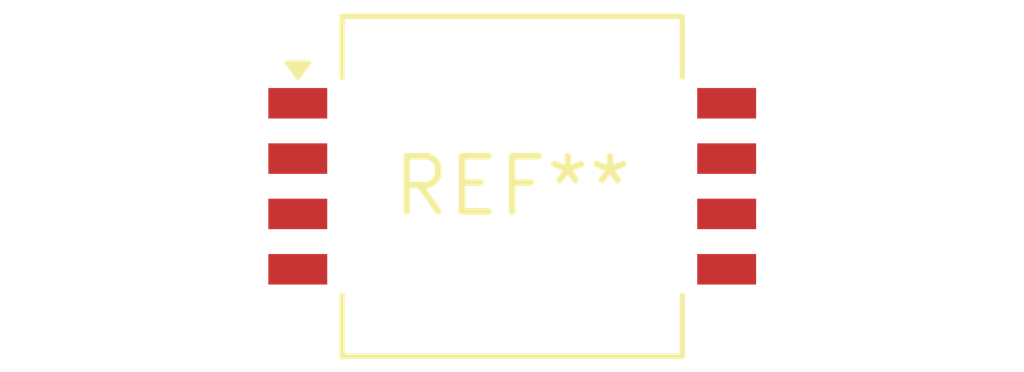
<source format=kicad_pcb>
(kicad_pcb (version 20240108) (generator pcbnew)
  (layers (0 "F.Cu" signal) (31 "B.Cu" signal) (34 "B.Paste" user) (35 "F.Paste" user) (36 "B.SilkS" user "B.Silkscreen") (37 "F.SilkS" user "F.Silkscreen") (38 "B.Mask" user) (39 "F.Mask" user) (44 "Edge.Cuts" user))
  (net 0 "")
  (footprint "Freescale_98ARH99066A" (layer "F.Cu") (at 0 0)
    (property "Reference" "REF**")
    (property "Value" "Freescale_98ARH99066A")
    (fp_line (start -3.9 -3.9) (end -3.9 -2.5) (layer "F.SilkS") (stroke (width 0.12)))
    (fp_line (start -3.9 2.5) (end -3.9 2.5) (layer "F.SilkS") (stroke (width 0.12)))
    (fp_line (start -3.9 3.9) (end -3.9 2.5) (layer "F.SilkS") (stroke (width 0.12)))
    (fp_line (start 3.9 -3.9) (end -3.9 -3.9) (layer "F.SilkS") (stroke (width 0.12)))
    (fp_line (start 3.9 -2.5) (end 3.9 -3.9) (layer "F.SilkS") (stroke (width 0.12)))
    (fp_line (start 3.9 2.5) (end 3.9 3.9) (layer "F.SilkS") (stroke (width 0.12)))
    (fp_line (start 3.9 3.9) (end -3.9 3.9) (layer "F.SilkS") (stroke (width 0.12)))
    (fp_poly (pts (xy -4.91 -2.5) (xy -5.15 -2.83) (xy -4.67 -2.83) (xy -4.91 -2.5)) (layer "F.SilkS") (stroke (width 0.12)) (fill solid))
    (pad "1" smd rect (at -4.9149 -1.905) (size 1.35 0.7) (layers "F.Cu" "F.Paste" "F.Mask"))
    (pad "2" smd rect (at -4.9149 -0.635) (size 1.35 0.7) (layers "F.Cu" "F.Paste" "F.Mask"))
    (pad "3" smd rect (at -4.9149 0.635) (size 1.35 0.7) (layers "F.Cu" "F.Paste" "F.Mask"))
    (pad "4" smd rect (at -4.9149 1.905) (size 1.35 0.7) (layers "F.Cu" "F.Paste" "F.Mask"))
    (pad "5" smd rect (at 4.9149 1.905) (size 1.35 0.7) (layers "F.Cu" "F.Paste" "F.Mask"))
    (pad "6" smd rect (at 4.9149 0.635) (size 1.35 0.7) (layers "F.Cu" "F.Paste" "F.Mask"))
    (pad "7" smd rect (at 4.9149 -0.635) (size 1.35 0.7) (layers "F.Cu" "F.Paste" "F.Mask"))
    (pad "8" smd rect (at 4.9149 -1.905) (size 1.35 0.7) (layers "F.Cu" "F.Paste" "F.Mask"))
  )
)
</source>
